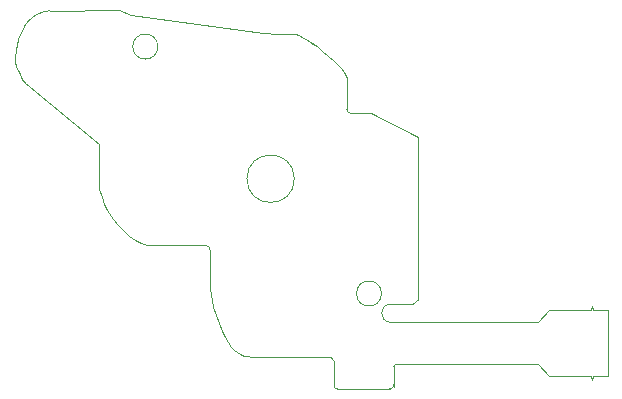
<source format=gbr>
%TF.GenerationSoftware,KiCad,Pcbnew,9.0.2*%
%TF.CreationDate,2025-07-03T16:06:07-04:00*%
%TF.ProjectId,SteamDeck_Action_Buttons_Replacement_Pad,53746561-6d44-4656-936b-5f416374696f,rev?*%
%TF.SameCoordinates,Original*%
%TF.FileFunction,Profile,NP*%
%FSLAX46Y46*%
G04 Gerber Fmt 4.6, Leading zero omitted, Abs format (unit mm)*
G04 Created by KiCad (PCBNEW 9.0.2) date 2025-07-03 16:06:07*
%MOMM*%
%LPD*%
G01*
G04 APERTURE LIST*
%TA.AperFunction,Profile*%
%ADD10C,0.050000*%
%TD*%
G04 APERTURE END LIST*
D10*
X148810000Y-94670000D02*
X155005000Y-94670000D01*
X145300000Y-90410000D02*
X145510000Y-91120000D01*
X135590000Y-79890000D02*
X135590000Y-76670000D01*
X158710000Y-74050000D02*
X158650000Y-74020000D01*
X159540000Y-89310000D02*
G75*
G02*
X157417926Y-89310000I-1061037J0D01*
G01*
X157417926Y-89310000D02*
G75*
G02*
X159540000Y-89310000I1061037J0D01*
G01*
X135650000Y-80500000D02*
X135850000Y-81150000D01*
X145070000Y-89360000D02*
X145300000Y-90410000D01*
X156110000Y-70210000D02*
X156390000Y-70570000D01*
X128740000Y-67940000D02*
X128690000Y-68140000D01*
X172750000Y-95270000D02*
X160740000Y-95270000D01*
X128530000Y-69200000D02*
X128520000Y-69390000D01*
X135600000Y-79850000D02*
X135650000Y-80500000D01*
X158460000Y-74010000D02*
X158540000Y-74010000D01*
X131460000Y-65360000D02*
X137300000Y-65278000D01*
X136050000Y-81700000D02*
X136300000Y-82200000D01*
X147590000Y-94450000D02*
X147900000Y-94560000D01*
X128760000Y-70420000D02*
X128910000Y-70750000D01*
X147890000Y-94560000D02*
X148120000Y-94610000D01*
X129240000Y-66760000D02*
X129120000Y-67010000D01*
X162580000Y-76020000D02*
X162590000Y-76060000D01*
X156898737Y-74011974D02*
G75*
G02*
X156600004Y-73680001I-3137J297574D01*
G01*
X154980582Y-94673284D02*
G75*
G02*
X155509990Y-95010004I13118J-563916D01*
G01*
X128530000Y-69680000D02*
X128540000Y-69820000D01*
X162590000Y-76150000D02*
X162590000Y-76200000D01*
X177370000Y-90340000D02*
X177280000Y-90730000D01*
X136300000Y-82200000D02*
X136800000Y-83000000D01*
X128910000Y-70750000D02*
X129040000Y-70980000D01*
X155050000Y-69180000D02*
X155530000Y-69640000D01*
X158750000Y-74070000D02*
X158710000Y-74050000D01*
X172750000Y-95270000D02*
X173760000Y-96280000D01*
X128690000Y-68140000D02*
X128650000Y-68340000D01*
X128990000Y-67260000D02*
X128890000Y-67520000D01*
X160230000Y-91740000D02*
X172745166Y-91730000D01*
X129220000Y-71290000D02*
X129320000Y-71420000D01*
X148620000Y-94670000D02*
X148820000Y-94670000D01*
X156910000Y-74010000D02*
X158460000Y-74010000D01*
X151850000Y-67340000D02*
X152100000Y-67350000D01*
X128520000Y-69390000D02*
X128530000Y-69680000D01*
X153370000Y-67910000D02*
X154050000Y-68380000D01*
X178680000Y-96280000D02*
X178680000Y-90730000D01*
X138350000Y-65700000D02*
X149490000Y-67230000D01*
X154510000Y-68740000D02*
X155050000Y-69180000D01*
X162590000Y-76060000D02*
X162590000Y-76090000D01*
X158810000Y-74100000D02*
X158750000Y-74070000D01*
X154040000Y-68370000D02*
X154510000Y-68740000D01*
X145770000Y-91840000D02*
X146050000Y-92450000D01*
X146810000Y-93840000D02*
X147080000Y-94080000D01*
X151260000Y-67350000D02*
X151650000Y-67350000D01*
X155890000Y-97410000D02*
G75*
G02*
X155508489Y-97025059I-41900J340000D01*
G01*
X128630000Y-70090000D02*
X128760000Y-70420000D01*
X152650000Y-67480000D02*
X153370000Y-67910000D01*
X128890000Y-67520000D02*
X128800000Y-67770000D01*
X162590000Y-89860000D02*
X162590000Y-76190000D01*
X173750000Y-90730000D02*
X177280000Y-90730000D01*
X137300000Y-65278000D02*
X138350000Y-65700000D01*
X145040000Y-85735000D02*
X145040000Y-88885000D01*
X146520000Y-93420000D02*
X146810000Y-93830000D01*
X145510000Y-91120000D02*
X145770000Y-91840000D01*
X162500000Y-75940000D02*
X162550000Y-75980000D01*
X155530000Y-69640000D02*
X156110000Y-70210000D01*
X144659220Y-85198467D02*
G75*
G02*
X145040024Y-85710001I-137720J-500033D01*
G01*
X177370000Y-96670000D02*
X177280000Y-96280000D01*
X136800000Y-83000000D02*
X137250000Y-83500000D01*
X177470000Y-96280000D02*
X177370000Y-96670000D01*
X158610000Y-74010000D02*
X158590000Y-74010000D01*
X146230000Y-92860000D02*
X146520000Y-93420000D01*
X158810000Y-74100000D02*
X162500000Y-75940000D01*
X128580000Y-69950000D02*
X128630000Y-70090000D01*
X178680000Y-90730000D02*
X177470000Y-90730000D01*
X153600000Y-68070000D02*
X154040000Y-68370000D01*
X138150000Y-84400000D02*
X138700000Y-84750000D01*
X156600000Y-71000000D02*
X156600000Y-73670000D01*
X152100000Y-67350000D02*
X152290000Y-67370000D01*
X140600000Y-68400000D02*
G75*
G02*
X138477926Y-68400000I-1061037J0D01*
G01*
X138477926Y-68400000D02*
G75*
G02*
X140600000Y-68400000I1061037J0D01*
G01*
X138700000Y-84750000D02*
X139200000Y-85050000D01*
X158650000Y-74020000D02*
X158610000Y-74010000D01*
X152160000Y-79590000D02*
G75*
G02*
X148141144Y-79590000I-2009428J0D01*
G01*
X148141144Y-79590000D02*
G75*
G02*
X152160000Y-79590000I2009428J0D01*
G01*
X129250000Y-66750000D02*
G75*
G02*
X131453830Y-65361461I2444800J-1437100D01*
G01*
X160570000Y-95450000D02*
X160570000Y-97200000D01*
X139200000Y-85050000D02*
X139650000Y-85200000D01*
X172750000Y-91729996D02*
X173750000Y-90730000D01*
X177470000Y-90730000D02*
X177370000Y-90340000D01*
X156390000Y-70570000D02*
X156600000Y-71020000D01*
X129040000Y-70980000D02*
X129220000Y-71290000D01*
X128570000Y-68840000D02*
X128540000Y-69090000D01*
X162592147Y-89856597D02*
G75*
G02*
X162160000Y-90219999I-492147J146597D01*
G01*
X152290000Y-67370000D02*
X152440000Y-67390000D01*
X146050000Y-92450000D02*
X146230000Y-92860000D01*
X158590000Y-74010000D02*
X158530000Y-74010000D01*
X150750000Y-67340000D02*
X151260000Y-67350000D01*
X152550000Y-67430000D02*
X152670000Y-67490000D01*
X162170000Y-90220000D02*
X160210000Y-90220000D01*
X128540000Y-69090000D02*
X128530000Y-69200000D01*
X135850000Y-81150000D02*
X136050000Y-81700000D01*
X137250000Y-83500000D02*
X137650000Y-83900000D01*
X147080000Y-94080000D02*
X147330000Y-94270000D01*
X149510000Y-67236596D02*
X150750000Y-67340000D01*
X155510000Y-95000000D02*
X155510000Y-97070000D01*
X145050000Y-88870000D02*
X145080000Y-89400000D01*
X147330000Y-94270000D02*
X147590000Y-94450000D01*
X128650000Y-68340000D02*
X128610000Y-68560000D01*
X173770000Y-96280000D02*
X177280000Y-96280000D01*
X155790000Y-97410000D02*
X160240000Y-97400000D01*
X178680000Y-96280000D02*
X177470000Y-96280000D01*
X160279399Y-91742430D02*
G75*
G02*
X160219997Y-90219975I37001J763830D01*
G01*
X162550000Y-75980000D02*
X162580000Y-76020000D01*
X160576281Y-97013933D02*
G75*
G02*
X160194815Y-97398875I-339581J-44967D01*
G01*
X148440000Y-94660000D02*
X148620000Y-94670000D01*
X129120000Y-67010000D02*
X128990000Y-67260000D01*
X162590000Y-76090000D02*
X162590000Y-76150000D01*
X129310000Y-71410000D02*
X135600000Y-76680000D01*
X128540000Y-69820000D02*
X128580000Y-69950000D01*
X128800000Y-67770000D02*
X128740000Y-67940000D01*
X128610000Y-68560000D02*
X128570000Y-68840000D01*
X151600000Y-67350000D02*
X151850000Y-67340000D01*
X148120000Y-94610000D02*
X148290000Y-94640000D01*
X137650000Y-83900000D02*
X138150000Y-84400000D01*
X160570000Y-95464959D02*
G75*
G02*
X160735642Y-95271194I196200J-41D01*
G01*
X148290000Y-94640000D02*
X148440000Y-94660000D01*
X139650000Y-85200000D02*
X144660000Y-85200000D01*
X152440000Y-67390000D02*
X152550000Y-67430000D01*
M02*

</source>
